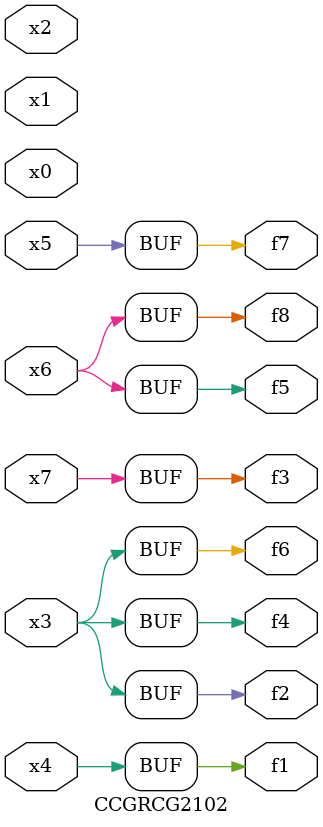
<source format=v>
module CCGRCG2102(
	input x0, x1, x2, x3, x4, x5, x6, x7,
	output f1, f2, f3, f4, f5, f6, f7, f8
);
	assign f1 = x4;
	assign f2 = x3;
	assign f3 = x7;
	assign f4 = x3;
	assign f5 = x6;
	assign f6 = x3;
	assign f7 = x5;
	assign f8 = x6;
endmodule

</source>
